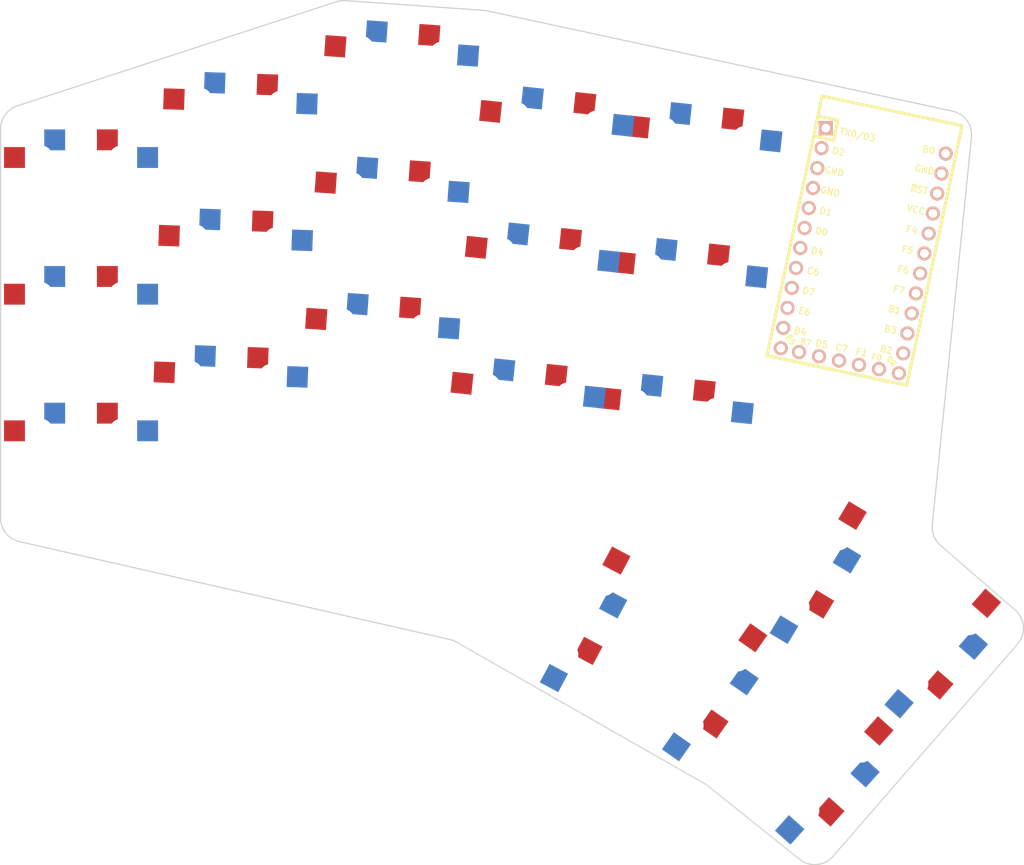
<source format=kicad_pcb>

            
(kicad_pcb (version 20171130) (host pcbnew 5.1.6)

  (page A3)
  (title_block
    (title plate)
    (rev v1.0.0)
    (company Unknown)
  )

  (general
    (thickness 1.6)
  )

  (layers
    (0 F.Cu signal)
    (31 B.Cu signal)
    (32 B.Adhes user)
    (33 F.Adhes user)
    (34 B.Paste user)
    (35 F.Paste user)
    (36 B.SilkS user)
    (37 F.SilkS user)
    (38 B.Mask user)
    (39 F.Mask user)
    (40 Dwgs.User user)
    (41 Cmts.User user)
    (42 Eco1.User user)
    (43 Eco2.User user)
    (44 Edge.Cuts user)
    (45 Margin user)
    (46 B.CrtYd user)
    (47 F.CrtYd user)
    (48 B.Fab user)
    (49 F.Fab user)
  )

  (setup
    (last_trace_width 0.25)
    (trace_clearance 0.2)
    (zone_clearance 0.508)
    (zone_45_only no)
    (trace_min 0.2)
    (via_size 0.8)
    (via_drill 0.4)
    (via_min_size 0.4)
    (via_min_drill 0.3)
    (uvia_size 0.3)
    (uvia_drill 0.1)
    (uvias_allowed no)
    (uvia_min_size 0.2)
    (uvia_min_drill 0.1)
    (edge_width 0.05)
    (segment_width 0.2)
    (pcb_text_width 0.3)
    (pcb_text_size 1.5 1.5)
    (mod_edge_width 0.12)
    (mod_text_size 1 1)
    (mod_text_width 0.15)
    (pad_size 1.524 1.524)
    (pad_drill 0.762)
    (pad_to_mask_clearance 0.05)
    (aux_axis_origin 0 0)
    (visible_elements FFFFFF7F)
    (pcbplotparams
      (layerselection 0x010fc_ffffffff)
      (usegerberextensions false)
      (usegerberattributes true)
      (usegerberadvancedattributes true)
      (creategerberjobfile true)
      (excludeedgelayer true)
      (linewidth 0.100000)
      (plotframeref false)
      (viasonmask false)
      (mode 1)
      (useauxorigin false)
      (hpglpennumber 1)
      (hpglpenspeed 20)
      (hpglpendiameter 15.000000)
      (psnegative false)
      (psa4output false)
      (plotreference true)
      (plotvalue true)
      (plotinvisibletext false)
      (padsonsilk false)
      (subtractmaskfromsilk false)
      (outputformat 1)
      (mirror false)
      (drillshape 1)
      (scaleselection 1)
      (outputdirectory ""))
  )

            (net 0 "")
(net 1 "=column_net")
(net 2 "GND")
(net 3 "VCC")
(net 4 "ST")
(net 5 "D3")
(net 6 "D1")
(net 7 "D2")
(net 8 "D0")
(net 9 "D4")
(net 10 "C6")
(net 11 "D7")
(net 12 "E6")
(net 13 "B4")
(net 14 "B5")
(net 15 "B7")
(net 16 "D5")
(net 17 "C7")
(net 18 "F1")
(net 19 "F0")
(net 20 "B6")
(net 21 "B2")
(net 22 "B3")
(net 23 "B1")
(net 24 "F7")
(net 25 "F6")
(net 26 "F5")
(net 27 "F4")
(net 28 "B0")
            
  (net_class Default "This is the default net class."
    (clearance 0.2)
    (trace_width 0.25)
    (via_dia 0.8)
    (via_drill 0.4)
    (uvia_dia 0.3)
    (uvia_drill 0.1)
    (add_net "")
(add_net "=column_net")
(add_net "GND")
(add_net "VCC")
(add_net "ST")
(add_net "D3")
(add_net "D1")
(add_net "D2")
(add_net "D0")
(add_net "D4")
(add_net "C6")
(add_net "D7")
(add_net "E6")
(add_net "B4")
(add_net "B5")
(add_net "B7")
(add_net "D5")
(add_net "C7")
(add_net "F1")
(add_net "F0")
(add_net "B6")
(add_net "B2")
(add_net "B3")
(add_net "B1")
(add_net "F7")
(add_net "F6")
(add_net "F5")
(add_net "F4")
(add_net "B0")
  )

            
        
      (module PG1350 (layer F.Cu) (tedit 5DD50112)
      (at 0 -7 0)

      
      (fp_text reference "S1" (at 0 0) (layer F.SilkS) hide (effects (font (size 1.27 1.27) (thickness 0.15))))
      (fp_text value "" (at 0 0) (layer F.SilkS) hide (effects (font (size 1.27 1.27) (thickness 0.15))))

      
      (fp_line (start -7 -6) (end -7 -7) (layer Dwgs.User) (width 0.15))
      (fp_line (start -7 7) (end -6 7) (layer Dwgs.User) (width 0.15))
      (fp_line (start -6 -7) (end -7 -7) (layer Dwgs.User) (width 0.15))
      (fp_line (start -7 7) (end -7 6) (layer Dwgs.User) (width 0.15))
      (fp_line (start 7 6) (end 7 7) (layer Dwgs.User) (width 0.15))
      (fp_line (start 7 -7) (end 6 -7) (layer Dwgs.User) (width 0.15))
      (fp_line (start 6 7) (end 7 7) (layer Dwgs.User) (width 0.15))
      (fp_line (start 7 -7) (end 7 -6) (layer Dwgs.User) (width 0.15))      
      
      
      (pad "" np_thru_hole circle (at 0 0) (size 3.429 3.429) (drill 3.429) (layers *.Cu *.Mask))
        
      
      (pad "" np_thru_hole circle (at 5.5 0) (size 1.7018 1.7018) (drill 1.7018) (layers *.Cu *.Mask))
      (pad "" np_thru_hole circle (at -5.5 0) (size 1.7018 1.7018) (drill 1.7018) (layers *.Cu *.Mask))
      
        
      
      (fp_line (start -9 -8.5) (end 9 -8.5) (layer Dwgs.User) (width 0.15))
      (fp_line (start 9 -8.5) (end 9 8.5) (layer Dwgs.User) (width 0.15))
      (fp_line (start 9 8.5) (end -9 8.5) (layer Dwgs.User) (width 0.15))
      (fp_line (start -9 8.5) (end -9 -8.5) (layer Dwgs.User) (width 0.15))
      
        
          
          (pad "" np_thru_hole circle (at 5 -3.75) (size 3 3) (drill 3) (layers *.Cu *.Mask))
          (pad "" np_thru_hole circle (at 0 -5.95) (size 3 3) (drill 3) (layers *.Cu *.Mask))
      
          
          (pad 1 smd rect (at -3.275 -5.95 0) (size 2.6 2.6) (layers B.Cu B.Paste B.Mask)  (net 1 "=column_net"))
          (pad 2 smd rect (at 8.275 -3.75 0) (size 2.6 2.6) (layers B.Cu B.Paste B.Mask)  (net 2 "GND"))
        
        
          
          (pad "" np_thru_hole circle (at -5 -3.75) (size 3 3) (drill 3) (layers *.Cu *.Mask))
          (pad "" np_thru_hole circle (at 0 -5.95) (size 3 3) (drill 3) (layers *.Cu *.Mask))
      
          
          (pad 1 smd rect (at 3.275 -5.95 0) (size 2.6 2.6) (layers F.Cu F.Paste F.Mask)  (net 1 "=column_net"))
          (pad 2 smd rect (at -8.275 -3.75 0) (size 2.6 2.6) (layers F.Cu F.Paste F.Mask)  (net 2 "GND"))
        )
        

        
      (module PG1350 (layer F.Cu) (tedit 5DD50112)
      (at 0 -24 0)

      
      (fp_text reference "S2" (at 0 0) (layer F.SilkS) hide (effects (font (size 1.27 1.27) (thickness 0.15))))
      (fp_text value "" (at 0 0) (layer F.SilkS) hide (effects (font (size 1.27 1.27) (thickness 0.15))))

      
      (fp_line (start -7 -6) (end -7 -7) (layer Dwgs.User) (width 0.15))
      (fp_line (start -7 7) (end -6 7) (layer Dwgs.User) (width 0.15))
      (fp_line (start -6 -7) (end -7 -7) (layer Dwgs.User) (width 0.15))
      (fp_line (start -7 7) (end -7 6) (layer Dwgs.User) (width 0.15))
      (fp_line (start 7 6) (end 7 7) (layer Dwgs.User) (width 0.15))
      (fp_line (start 7 -7) (end 6 -7) (layer Dwgs.User) (width 0.15))
      (fp_line (start 6 7) (end 7 7) (layer Dwgs.User) (width 0.15))
      (fp_line (start 7 -7) (end 7 -6) (layer Dwgs.User) (width 0.15))      
      
      
      (pad "" np_thru_hole circle (at 0 0) (size 3.429 3.429) (drill 3.429) (layers *.Cu *.Mask))
        
      
      (pad "" np_thru_hole circle (at 5.5 0) (size 1.7018 1.7018) (drill 1.7018) (layers *.Cu *.Mask))
      (pad "" np_thru_hole circle (at -5.5 0) (size 1.7018 1.7018) (drill 1.7018) (layers *.Cu *.Mask))
      
        
      
      (fp_line (start -9 -8.5) (end 9 -8.5) (layer Dwgs.User) (width 0.15))
      (fp_line (start 9 -8.5) (end 9 8.5) (layer Dwgs.User) (width 0.15))
      (fp_line (start 9 8.5) (end -9 8.5) (layer Dwgs.User) (width 0.15))
      (fp_line (start -9 8.5) (end -9 -8.5) (layer Dwgs.User) (width 0.15))
      
        
          
          (pad "" np_thru_hole circle (at 5 -3.75) (size 3 3) (drill 3) (layers *.Cu *.Mask))
          (pad "" np_thru_hole circle (at 0 -5.95) (size 3 3) (drill 3) (layers *.Cu *.Mask))
      
          
          (pad 1 smd rect (at -3.275 -5.95 0) (size 2.6 2.6) (layers B.Cu B.Paste B.Mask)  (net 1 "=column_net"))
          (pad 2 smd rect (at 8.275 -3.75 0) (size 2.6 2.6) (layers B.Cu B.Paste B.Mask)  (net 2 "GND"))
        
        
          
          (pad "" np_thru_hole circle (at -5 -3.75) (size 3 3) (drill 3) (layers *.Cu *.Mask))
          (pad "" np_thru_hole circle (at 0 -5.95) (size 3 3) (drill 3) (layers *.Cu *.Mask))
      
          
          (pad 1 smd rect (at 3.275 -5.95 0) (size 2.6 2.6) (layers F.Cu F.Paste F.Mask)  (net 1 "=column_net"))
          (pad 2 smd rect (at -8.275 -3.75 0) (size 2.6 2.6) (layers F.Cu F.Paste F.Mask)  (net 2 "GND"))
        )
        

        
      (module PG1350 (layer F.Cu) (tedit 5DD50112)
      (at 0 -41 0)

      
      (fp_text reference "S3" (at 0 0) (layer F.SilkS) hide (effects (font (size 1.27 1.27) (thickness 0.15))))
      (fp_text value "" (at 0 0) (layer F.SilkS) hide (effects (font (size 1.27 1.27) (thickness 0.15))))

      
      (fp_line (start -7 -6) (end -7 -7) (layer Dwgs.User) (width 0.15))
      (fp_line (start -7 7) (end -6 7) (layer Dwgs.User) (width 0.15))
      (fp_line (start -6 -7) (end -7 -7) (layer Dwgs.User) (width 0.15))
      (fp_line (start -7 7) (end -7 6) (layer Dwgs.User) (width 0.15))
      (fp_line (start 7 6) (end 7 7) (layer Dwgs.User) (width 0.15))
      (fp_line (start 7 -7) (end 6 -7) (layer Dwgs.User) (width 0.15))
      (fp_line (start 6 7) (end 7 7) (layer Dwgs.User) (width 0.15))
      (fp_line (start 7 -7) (end 7 -6) (layer Dwgs.User) (width 0.15))      
      
      
      (pad "" np_thru_hole circle (at 0 0) (size 3.429 3.429) (drill 3.429) (layers *.Cu *.Mask))
        
      
      (pad "" np_thru_hole circle (at 5.5 0) (size 1.7018 1.7018) (drill 1.7018) (layers *.Cu *.Mask))
      (pad "" np_thru_hole circle (at -5.5 0) (size 1.7018 1.7018) (drill 1.7018) (layers *.Cu *.Mask))
      
        
      
      (fp_line (start -9 -8.5) (end 9 -8.5) (layer Dwgs.User) (width 0.15))
      (fp_line (start 9 -8.5) (end 9 8.5) (layer Dwgs.User) (width 0.15))
      (fp_line (start 9 8.5) (end -9 8.5) (layer Dwgs.User) (width 0.15))
      (fp_line (start -9 8.5) (end -9 -8.5) (layer Dwgs.User) (width 0.15))
      
        
          
          (pad "" np_thru_hole circle (at 5 -3.75) (size 3 3) (drill 3) (layers *.Cu *.Mask))
          (pad "" np_thru_hole circle (at 0 -5.95) (size 3 3) (drill 3) (layers *.Cu *.Mask))
      
          
          (pad 1 smd rect (at -3.275 -5.95 0) (size 2.6 2.6) (layers B.Cu B.Paste B.Mask)  (net 1 "=column_net"))
          (pad 2 smd rect (at 8.275 -3.75 0) (size 2.6 2.6) (layers B.Cu B.Paste B.Mask)  (net 2 "GND"))
        
        
          
          (pad "" np_thru_hole circle (at -5 -3.75) (size 3 3) (drill 3) (layers *.Cu *.Mask))
          (pad "" np_thru_hole circle (at 0 -5.95) (size 3 3) (drill 3) (layers *.Cu *.Mask))
      
          
          (pad 1 smd rect (at 3.275 -5.95 0) (size 2.6 2.6) (layers F.Cu F.Paste F.Mask)  (net 1 "=column_net"))
          (pad 2 smd rect (at -8.275 -3.75 0) (size 2.6 2.6) (layers F.Cu F.Paste F.Mask)  (net 2 "GND"))
        )
        

        
      (module PG1350 (layer F.Cu) (tedit 5DD50112)
      (at 18.5 -14 -2)

      
      (fp_text reference "S4" (at 0 0) (layer F.SilkS) hide (effects (font (size 1.27 1.27) (thickness 0.15))))
      (fp_text value "" (at 0 0) (layer F.SilkS) hide (effects (font (size 1.27 1.27) (thickness 0.15))))

      
      (fp_line (start -7 -6) (end -7 -7) (layer Dwgs.User) (width 0.15))
      (fp_line (start -7 7) (end -6 7) (layer Dwgs.User) (width 0.15))
      (fp_line (start -6 -7) (end -7 -7) (layer Dwgs.User) (width 0.15))
      (fp_line (start -7 7) (end -7 6) (layer Dwgs.User) (width 0.15))
      (fp_line (start 7 6) (end 7 7) (layer Dwgs.User) (width 0.15))
      (fp_line (start 7 -7) (end 6 -7) (layer Dwgs.User) (width 0.15))
      (fp_line (start 6 7) (end 7 7) (layer Dwgs.User) (width 0.15))
      (fp_line (start 7 -7) (end 7 -6) (layer Dwgs.User) (width 0.15))      
      
      
      (pad "" np_thru_hole circle (at 0 0) (size 3.429 3.429) (drill 3.429) (layers *.Cu *.Mask))
        
      
      (pad "" np_thru_hole circle (at 5.5 0) (size 1.7018 1.7018) (drill 1.7018) (layers *.Cu *.Mask))
      (pad "" np_thru_hole circle (at -5.5 0) (size 1.7018 1.7018) (drill 1.7018) (layers *.Cu *.Mask))
      
        
      
      (fp_line (start -9 -8.5) (end 9 -8.5) (layer Dwgs.User) (width 0.15))
      (fp_line (start 9 -8.5) (end 9 8.5) (layer Dwgs.User) (width 0.15))
      (fp_line (start 9 8.5) (end -9 8.5) (layer Dwgs.User) (width 0.15))
      (fp_line (start -9 8.5) (end -9 -8.5) (layer Dwgs.User) (width 0.15))
      
        
          
          (pad "" np_thru_hole circle (at 5 -3.75) (size 3 3) (drill 3) (layers *.Cu *.Mask))
          (pad "" np_thru_hole circle (at 0 -5.95) (size 3 3) (drill 3) (layers *.Cu *.Mask))
      
          
          (pad 1 smd rect (at -3.275 -5.95 -2) (size 2.6 2.6) (layers B.Cu B.Paste B.Mask)  (net 1 "=column_net"))
          (pad 2 smd rect (at 8.275 -3.75 -2) (size 2.6 2.6) (layers B.Cu B.Paste B.Mask)  (net 2 "GND"))
        
        
          
          (pad "" np_thru_hole circle (at -5 -3.75) (size 3 3) (drill 3) (layers *.Cu *.Mask))
          (pad "" np_thru_hole circle (at 0 -5.95) (size 3 3) (drill 3) (layers *.Cu *.Mask))
      
          
          (pad 1 smd rect (at 3.275 -5.95 -2) (size 2.6 2.6) (layers F.Cu F.Paste F.Mask)  (net 1 "=column_net"))
          (pad 2 smd rect (at -8.275 -3.75 -2) (size 2.6 2.6) (layers F.Cu F.Paste F.Mask)  (net 2 "GND"))
        )
        

        
      (module PG1350 (layer F.Cu) (tedit 5DD50112)
      (at 19.0932914 -30.9896441 -2)

      
      (fp_text reference "S5" (at 0 0) (layer F.SilkS) hide (effects (font (size 1.27 1.27) (thickness 0.15))))
      (fp_text value "" (at 0 0) (layer F.SilkS) hide (effects (font (size 1.27 1.27) (thickness 0.15))))

      
      (fp_line (start -7 -6) (end -7 -7) (layer Dwgs.User) (width 0.15))
      (fp_line (start -7 7) (end -6 7) (layer Dwgs.User) (width 0.15))
      (fp_line (start -6 -7) (end -7 -7) (layer Dwgs.User) (width 0.15))
      (fp_line (start -7 7) (end -7 6) (layer Dwgs.User) (width 0.15))
      (fp_line (start 7 6) (end 7 7) (layer Dwgs.User) (width 0.15))
      (fp_line (start 7 -7) (end 6 -7) (layer Dwgs.User) (width 0.15))
      (fp_line (start 6 7) (end 7 7) (layer Dwgs.User) (width 0.15))
      (fp_line (start 7 -7) (end 7 -6) (layer Dwgs.User) (width 0.15))      
      
      
      (pad "" np_thru_hole circle (at 0 0) (size 3.429 3.429) (drill 3.429) (layers *.Cu *.Mask))
        
      
      (pad "" np_thru_hole circle (at 5.5 0) (size 1.7018 1.7018) (drill 1.7018) (layers *.Cu *.Mask))
      (pad "" np_thru_hole circle (at -5.5 0) (size 1.7018 1.7018) (drill 1.7018) (layers *.Cu *.Mask))
      
        
      
      (fp_line (start -9 -8.5) (end 9 -8.5) (layer Dwgs.User) (width 0.15))
      (fp_line (start 9 -8.5) (end 9 8.5) (layer Dwgs.User) (width 0.15))
      (fp_line (start 9 8.5) (end -9 8.5) (layer Dwgs.User) (width 0.15))
      (fp_line (start -9 8.5) (end -9 -8.5) (layer Dwgs.User) (width 0.15))
      
        
          
          (pad "" np_thru_hole circle (at 5 -3.75) (size 3 3) (drill 3) (layers *.Cu *.Mask))
          (pad "" np_thru_hole circle (at 0 -5.95) (size 3 3) (drill 3) (layers *.Cu *.Mask))
      
          
          (pad 1 smd rect (at -3.275 -5.95 -2) (size 2.6 2.6) (layers B.Cu B.Paste B.Mask)  (net 1 "=column_net"))
          (pad 2 smd rect (at 8.275 -3.75 -2) (size 2.6 2.6) (layers B.Cu B.Paste B.Mask)  (net 2 "GND"))
        
        
          
          (pad "" np_thru_hole circle (at -5 -3.75) (size 3 3) (drill 3) (layers *.Cu *.Mask))
          (pad "" np_thru_hole circle (at 0 -5.95) (size 3 3) (drill 3) (layers *.Cu *.Mask))
      
          
          (pad 1 smd rect (at 3.275 -5.95 -2) (size 2.6 2.6) (layers F.Cu F.Paste F.Mask)  (net 1 "=column_net"))
          (pad 2 smd rect (at -8.275 -3.75 -2) (size 2.6 2.6) (layers F.Cu F.Paste F.Mask)  (net 2 "GND"))
        )
        

        
      (module PG1350 (layer F.Cu) (tedit 5DD50112)
      (at 19.686582799999996 -47.9792882 -2)

      
      (fp_text reference "S6" (at 0 0) (layer F.SilkS) hide (effects (font (size 1.27 1.27) (thickness 0.15))))
      (fp_text value "" (at 0 0) (layer F.SilkS) hide (effects (font (size 1.27 1.27) (thickness 0.15))))

      
      (fp_line (start -7 -6) (end -7 -7) (layer Dwgs.User) (width 0.15))
      (fp_line (start -7 7) (end -6 7) (layer Dwgs.User) (width 0.15))
      (fp_line (start -6 -7) (end -7 -7) (layer Dwgs.User) (width 0.15))
      (fp_line (start -7 7) (end -7 6) (layer Dwgs.User) (width 0.15))
      (fp_line (start 7 6) (end 7 7) (layer Dwgs.User) (width 0.15))
      (fp_line (start 7 -7) (end 6 -7) (layer Dwgs.User) (width 0.15))
      (fp_line (start 6 7) (end 7 7) (layer Dwgs.User) (width 0.15))
      (fp_line (start 7 -7) (end 7 -6) (layer Dwgs.User) (width 0.15))      
      
      
      (pad "" np_thru_hole circle (at 0 0) (size 3.429 3.429) (drill 3.429) (layers *.Cu *.Mask))
        
      
      (pad "" np_thru_hole circle (at 5.5 0) (size 1.7018 1.7018) (drill 1.7018) (layers *.Cu *.Mask))
      (pad "" np_thru_hole circle (at -5.5 0) (size 1.7018 1.7018) (drill 1.7018) (layers *.Cu *.Mask))
      
        
      
      (fp_line (start -9 -8.5) (end 9 -8.5) (layer Dwgs.User) (width 0.15))
      (fp_line (start 9 -8.5) (end 9 8.5) (layer Dwgs.User) (width 0.15))
      (fp_line (start 9 8.5) (end -9 8.5) (layer Dwgs.User) (width 0.15))
      (fp_line (start -9 8.5) (end -9 -8.5) (layer Dwgs.User) (width 0.15))
      
        
          
          (pad "" np_thru_hole circle (at 5 -3.75) (size 3 3) (drill 3) (layers *.Cu *.Mask))
          (pad "" np_thru_hole circle (at 0 -5.95) (size 3 3) (drill 3) (layers *.Cu *.Mask))
      
          
          (pad 1 smd rect (at -3.275 -5.95 -2) (size 2.6 2.6) (layers B.Cu B.Paste B.Mask)  (net 1 "=column_net"))
          (pad 2 smd rect (at 8.275 -3.75 -2) (size 2.6 2.6) (layers B.Cu B.Paste B.Mask)  (net 2 "GND"))
        
        
          
          (pad "" np_thru_hole circle (at -5 -3.75) (size 3 3) (drill 3) (layers *.Cu *.Mask))
          (pad "" np_thru_hole circle (at 0 -5.95) (size 3 3) (drill 3) (layers *.Cu *.Mask))
      
          
          (pad 1 smd rect (at 3.275 -5.95 -2) (size 2.6 2.6) (layers F.Cu F.Paste F.Mask)  (net 1 "=column_net"))
          (pad 2 smd rect (at -8.275 -3.75 -2) (size 2.6 2.6) (layers F.Cu F.Paste F.Mask)  (net 2 "GND"))
        )
        

        
      (module PG1350 (layer F.Cu) (tedit 5DD50112)
      (at 37.233026800000005 -20.3500951 -4)

      
      (fp_text reference "S7" (at 0 0) (layer F.SilkS) hide (effects (font (size 1.27 1.27) (thickness 0.15))))
      (fp_text value "" (at 0 0) (layer F.SilkS) hide (effects (font (size 1.27 1.27) (thickness 0.15))))

      
      (fp_line (start -7 -6) (end -7 -7) (layer Dwgs.User) (width 0.15))
      (fp_line (start -7 7) (end -6 7) (layer Dwgs.User) (width 0.15))
      (fp_line (start -6 -7) (end -7 -7) (layer Dwgs.User) (width 0.15))
      (fp_line (start -7 7) (end -7 6) (layer Dwgs.User) (width 0.15))
      (fp_line (start 7 6) (end 7 7) (layer Dwgs.User) (width 0.15))
      (fp_line (start 7 -7) (end 6 -7) (layer Dwgs.User) (width 0.15))
      (fp_line (start 6 7) (end 7 7) (layer Dwgs.User) (width 0.15))
      (fp_line (start 7 -7) (end 7 -6) (layer Dwgs.User) (width 0.15))      
      
      
      (pad "" np_thru_hole circle (at 0 0) (size 3.429 3.429) (drill 3.429) (layers *.Cu *.Mask))
        
      
      (pad "" np_thru_hole circle (at 5.5 0) (size 1.7018 1.7018) (drill 1.7018) (layers *.Cu *.Mask))
      (pad "" np_thru_hole circle (at -5.5 0) (size 1.7018 1.7018) (drill 1.7018) (layers *.Cu *.Mask))
      
        
      
      (fp_line (start -9 -8.5) (end 9 -8.5) (layer Dwgs.User) (width 0.15))
      (fp_line (start 9 -8.5) (end 9 8.5) (layer Dwgs.User) (width 0.15))
      (fp_line (start 9 8.5) (end -9 8.5) (layer Dwgs.User) (width 0.15))
      (fp_line (start -9 8.5) (end -9 -8.5) (layer Dwgs.User) (width 0.15))
      
        
          
          (pad "" np_thru_hole circle (at 5 -3.75) (size 3 3) (drill 3) (layers *.Cu *.Mask))
          (pad "" np_thru_hole circle (at 0 -5.95) (size 3 3) (drill 3) (layers *.Cu *.Mask))
      
          
          (pad 1 smd rect (at -3.275 -5.95 -4) (size 2.6 2.6) (layers B.Cu B.Paste B.Mask)  (net 1 "=column_net"))
          (pad 2 smd rect (at 8.275 -3.75 -4) (size 2.6 2.6) (layers B.Cu B.Paste B.Mask)  (net 2 "GND"))
        
        
          
          (pad "" np_thru_hole circle (at -5 -3.75) (size 3 3) (drill 3) (layers *.Cu *.Mask))
          (pad "" np_thru_hole circle (at 0 -5.95) (size 3 3) (drill 3) (layers *.Cu *.Mask))
      
          
          (pad 1 smd rect (at 3.275 -5.95 -4) (size 2.6 2.6) (layers F.Cu F.Paste F.Mask)  (net 1 "=column_net"))
          (pad 2 smd rect (at -8.275 -3.75 -4) (size 2.6 2.6) (layers F.Cu F.Paste F.Mask)  (net 2 "GND"))
        )
        

        
      (module PG1350 (layer F.Cu) (tedit 5DD50112)
      (at 38.418886900000004 -37.308684 -4)

      
      (fp_text reference "S8" (at 0 0) (layer F.SilkS) hide (effects (font (size 1.27 1.27) (thickness 0.15))))
      (fp_text value "" (at 0 0) (layer F.SilkS) hide (effects (font (size 1.27 1.27) (thickness 0.15))))

      
      (fp_line (start -7 -6) (end -7 -7) (layer Dwgs.User) (width 0.15))
      (fp_line (start -7 7) (end -6 7) (layer Dwgs.User) (width 0.15))
      (fp_line (start -6 -7) (end -7 -7) (layer Dwgs.User) (width 0.15))
      (fp_line (start -7 7) (end -7 6) (layer Dwgs.User) (width 0.15))
      (fp_line (start 7 6) (end 7 7) (layer Dwgs.User) (width 0.15))
      (fp_line (start 7 -7) (end 6 -7) (layer Dwgs.User) (width 0.15))
      (fp_line (start 6 7) (end 7 7) (layer Dwgs.User) (width 0.15))
      (fp_line (start 7 -7) (end 7 -6) (layer Dwgs.User) (width 0.15))      
      
      
      (pad "" np_thru_hole circle (at 0 0) (size 3.429 3.429) (drill 3.429) (layers *.Cu *.Mask))
        
      
      (pad "" np_thru_hole circle (at 5.5 0) (size 1.7018 1.7018) (drill 1.7018) (layers *.Cu *.Mask))
      (pad "" np_thru_hole circle (at -5.5 0) (size 1.7018 1.7018) (drill 1.7018) (layers *.Cu *.Mask))
      
        
      
      (fp_line (start -9 -8.5) (end 9 -8.5) (layer Dwgs.User) (width 0.15))
      (fp_line (start 9 -8.5) (end 9 8.5) (layer Dwgs.User) (width 0.15))
      (fp_line (start 9 8.5) (end -9 8.5) (layer Dwgs.User) (width 0.15))
      (fp_line (start -9 8.5) (end -9 -8.5) (layer Dwgs.User) (width 0.15))
      
        
          
          (pad "" np_thru_hole circle (at 5 -3.75) (size 3 3) (drill 3) (layers *.Cu *.Mask))
          (pad "" np_thru_hole circle (at 0 -5.95) (size 3 3) (drill 3) (layers *.Cu *.Mask))
      
          
          (pad 1 smd rect (at -3.275 -5.95 -4) (size 2.6 2.6) (layers B.Cu B.Paste B.Mask)  (net 1 "=column_net"))
          (pad 2 smd rect (at 8.275 -3.75 -4) (size 2.6 2.6) (layers B.Cu B.Paste B.Mask)  (net 2 "GND"))
        
        
          
          (pad "" np_thru_hole circle (at -5 -3.75) (size 3 3) (drill 3) (layers *.Cu *.Mask))
          (pad "" np_thru_hole circle (at 0 -5.95) (size 3 3) (drill 3) (layers *.Cu *.Mask))
      
          
          (pad 1 smd rect (at 3.275 -5.95 -4) (size 2.6 2.6) (layers F.Cu F.Paste F.Mask)  (net 1 "=column_net"))
          (pad 2 smd rect (at -8.275 -3.75 -4) (size 2.6 2.6) (layers F.Cu F.Paste F.Mask)  (net 2 "GND"))
        )
        

        
      (module PG1350 (layer F.Cu) (tedit 5DD50112)
      (at 39.604747 -54.267272899999995 -4)

      
      (fp_text reference "S9" (at 0 0) (layer F.SilkS) hide (effects (font (size 1.27 1.27) (thickness 0.15))))
      (fp_text value "" (at 0 0) (layer F.SilkS) hide (effects (font (size 1.27 1.27) (thickness 0.15))))

      
      (fp_line (start -7 -6) (end -7 -7) (layer Dwgs.User) (width 0.15))
      (fp_line (start -7 7) (end -6 7) (layer Dwgs.User) (width 0.15))
      (fp_line (start -6 -7) (end -7 -7) (layer Dwgs.User) (width 0.15))
      (fp_line (start -7 7) (end -7 6) (layer Dwgs.User) (width 0.15))
      (fp_line (start 7 6) (end 7 7) (layer Dwgs.User) (width 0.15))
      (fp_line (start 7 -7) (end 6 -7) (layer Dwgs.User) (width 0.15))
      (fp_line (start 6 7) (end 7 7) (layer Dwgs.User) (width 0.15))
      (fp_line (start 7 -7) (end 7 -6) (layer Dwgs.User) (width 0.15))      
      
      
      (pad "" np_thru_hole circle (at 0 0) (size 3.429 3.429) (drill 3.429) (layers *.Cu *.Mask))
        
      
      (pad "" np_thru_hole circle (at 5.5 0) (size 1.7018 1.7018) (drill 1.7018) (layers *.Cu *.Mask))
      (pad "" np_thru_hole circle (at -5.5 0) (size 1.7018 1.7018) (drill 1.7018) (layers *.Cu *.Mask))
      
        
      
      (fp_line (start -9 -8.5) (end 9 -8.5) (layer Dwgs.User) (width 0.15))
      (fp_line (start 9 -8.5) (end 9 8.5) (layer Dwgs.User) (width 0.15))
      (fp_line (start 9 8.5) (end -9 8.5) (layer Dwgs.User) (width 0.15))
      (fp_line (start -9 8.5) (end -9 -8.5) (layer Dwgs.User) (width 0.15))
      
        
          
          (pad "" np_thru_hole circle (at 5 -3.75) (size 3 3) (drill 3) (layers *.Cu *.Mask))
          (pad "" np_thru_hole circle (at 0 -5.95) (size 3 3) (drill 3) (layers *.Cu *.Mask))
      
          
          (pad 1 smd rect (at -3.275 -5.95 -4) (size 2.6 2.6) (layers B.Cu B.Paste B.Mask)  (net 1 "=column_net"))
          (pad 2 smd rect (at 8.275 -3.75 -4) (size 2.6 2.6) (layers B.Cu B.Paste B.Mask)  (net 2 "GND"))
        
        
          
          (pad "" np_thru_hole circle (at -5 -3.75) (size 3 3) (drill 3) (layers *.Cu *.Mask))
          (pad "" np_thru_hole circle (at 0 -5.95) (size 3 3) (drill 3) (layers *.Cu *.Mask))
      
          
          (pad 1 smd rect (at 3.275 -5.95 -4) (size 2.6 2.6) (layers F.Cu F.Paste F.Mask)  (net 1 "=column_net"))
          (pad 2 smd rect (at -8.275 -3.75 -4) (size 2.6 2.6) (layers F.Cu F.Paste F.Mask)  (net 2 "GND"))
        )
        

        
      (module PG1350 (layer F.Cu) (tedit 5DD50112)
      (at 55.199666400000005 -12.076652000000001 -6)

      
      (fp_text reference "S10" (at 0 0) (layer F.SilkS) hide (effects (font (size 1.27 1.27) (thickness 0.15))))
      (fp_text value "" (at 0 0) (layer F.SilkS) hide (effects (font (size 1.27 1.27) (thickness 0.15))))

      
      (fp_line (start -7 -6) (end -7 -7) (layer Dwgs.User) (width 0.15))
      (fp_line (start -7 7) (end -6 7) (layer Dwgs.User) (width 0.15))
      (fp_line (start -6 -7) (end -7 -7) (layer Dwgs.User) (width 0.15))
      (fp_line (start -7 7) (end -7 6) (layer Dwgs.User) (width 0.15))
      (fp_line (start 7 6) (end 7 7) (layer Dwgs.User) (width 0.15))
      (fp_line (start 7 -7) (end 6 -7) (layer Dwgs.User) (width 0.15))
      (fp_line (start 6 7) (end 7 7) (layer Dwgs.User) (width 0.15))
      (fp_line (start 7 -7) (end 7 -6) (layer Dwgs.User) (width 0.15))      
      
      
      (pad "" np_thru_hole circle (at 0 0) (size 3.429 3.429) (drill 3.429) (layers *.Cu *.Mask))
        
      
      (pad "" np_thru_hole circle (at 5.5 0) (size 1.7018 1.7018) (drill 1.7018) (layers *.Cu *.Mask))
      (pad "" np_thru_hole circle (at -5.5 0) (size 1.7018 1.7018) (drill 1.7018) (layers *.Cu *.Mask))
      
        
      
      (fp_line (start -9 -8.5) (end 9 -8.5) (layer Dwgs.User) (width 0.15))
      (fp_line (start 9 -8.5) (end 9 8.5) (layer Dwgs.User) (width 0.15))
      (fp_line (start 9 8.5) (end -9 8.5) (layer Dwgs.User) (width 0.15))
      (fp_line (start -9 8.5) (end -9 -8.5) (layer Dwgs.User) (width 0.15))
      
        
          
          (pad "" np_thru_hole circle (at 5 -3.75) (size 3 3) (drill 3) (layers *.Cu *.Mask))
          (pad "" np_thru_hole circle (at 0 -5.95) (size 3 3) (drill 3) (layers *.Cu *.Mask))
      
          
          (pad 1 smd rect (at -3.275 -5.95 -6) (size 2.6 2.6) (layers B.Cu B.Paste B.Mask)  (net 1 "=column_net"))
          (pad 2 smd rect (at 8.275 -3.75 -6) (size 2.6 2.6) (layers B.Cu B.Paste B.Mask)  (net 2 "GND"))
        
        
          
          (pad "" np_thru_hole circle (at -5 -3.75) (size 3 3) (drill 3) (layers *.Cu *.Mask))
          (pad "" np_thru_hole circle (at 0 -5.95) (size 3 3) (drill 3) (layers *.Cu *.Mask))
      
          
          (pad 1 smd rect (at 3.275 -5.95 -6) (size 2.6 2.6) (layers F.Cu F.Paste F.Mask)  (net 1 "=column_net"))
          (pad 2 smd rect (at -8.275 -3.75 -6) (size 2.6 2.6) (layers F.Cu F.Paste F.Mask)  (net 2 "GND"))
        )
        

        
      (module PG1350 (layer F.Cu) (tedit 5DD50112)
      (at 56.9766503 -28.983524199999998 -6)

      
      (fp_text reference "S11" (at 0 0) (layer F.SilkS) hide (effects (font (size 1.27 1.27) (thickness 0.15))))
      (fp_text value "" (at 0 0) (layer F.SilkS) hide (effects (font (size 1.27 1.27) (thickness 0.15))))

      
      (fp_line (start -7 -6) (end -7 -7) (layer Dwgs.User) (width 0.15))
      (fp_line (start -7 7) (end -6 7) (layer Dwgs.User) (width 0.15))
      (fp_line (start -6 -7) (end -7 -7) (layer Dwgs.User) (width 0.15))
      (fp_line (start -7 7) (end -7 6) (layer Dwgs.User) (width 0.15))
      (fp_line (start 7 6) (end 7 7) (layer Dwgs.User) (width 0.15))
      (fp_line (start 7 -7) (end 6 -7) (layer Dwgs.User) (width 0.15))
      (fp_line (start 6 7) (end 7 7) (layer Dwgs.User) (width 0.15))
      (fp_line (start 7 -7) (end 7 -6) (layer Dwgs.User) (width 0.15))      
      
      
      (pad "" np_thru_hole circle (at 0 0) (size 3.429 3.429) (drill 3.429) (layers *.Cu *.Mask))
        
      
      (pad "" np_thru_hole circle (at 5.5 0) (size 1.7018 1.7018) (drill 1.7018) (layers *.Cu *.Mask))
      (pad "" np_thru_hole circle (at -5.5 0) (size 1.7018 1.7018) (drill 1.7018) (layers *.Cu *.Mask))
      
        
      
      (fp_line (start -9 -8.5) (end 9 -8.5) (layer Dwgs.User) (width 0.15))
      (fp_line (start 9 -8.5) (end 9 8.5) (layer Dwgs.User) (width 0.15))
      (fp_line (start 9 8.5) (end -9 8.5) (layer Dwgs.User) (width 0.15))
      (fp_line (start -9 8.5) (end -9 -8.5) (layer Dwgs.User) (width 0.15))
      
        
          
          (pad "" np_thru_hole circle (at 5 -3.75) (size 3 3) (drill 3) (layers *.Cu *.Mask))
          (pad "" np_thru_hole circle (at 0 -5.95) (size 3 3) (drill 3) (layers *.Cu *.Mask))
      
          
          (pad 1 smd rect (at -3.275 -5.95 -6) (size 2.6 2.6) (layers B.Cu B.Paste B.Mask)  (net 1 "=column_net"))
          (pad 2 smd rect (at 8.275 -3.75 -6) (size 2.6 2.6) (layers B.Cu B.Paste B.Mask)  (net 2 "GND"))
        
        
          
          (pad "" np_thru_hole circle (at -5 -3.75) (size 3 3) (drill 3) (layers *.Cu *.Mask))
          (pad "" np_thru_hole circle (at 0 -5.95) (size 3 3) (drill 3) (layers *.Cu *.Mask))
      
          
          (pad 1 smd rect (at 3.275 -5.95 -6) (size 2.6 2.6) (layers F.Cu F.Paste F.Mask)  (net 1 "=column_net"))
          (pad 2 smd rect (at -8.275 -3.75 -6) (size 2.6 2.6) (layers F.Cu F.Paste F.Mask)  (net 2 "GND"))
        )
        

        
      (module PG1350 (layer F.Cu) (tedit 5DD50112)
      (at 58.7536342 -45.8903964 -6)

      
      (fp_text reference "S12" (at 0 0) (layer F.SilkS) hide (effects (font (size 1.27 1.27) (thickness 0.15))))
      (fp_text value "" (at 0 0) (layer F.SilkS) hide (effects (font (size 1.27 1.27) (thickness 0.15))))

      
      (fp_line (start -7 -6) (end -7 -7) (layer Dwgs.User) (width 0.15))
      (fp_line (start -7 7) (end -6 7) (layer Dwgs.User) (width 0.15))
      (fp_line (start -6 -7) (end -7 -7) (layer Dwgs.User) (width 0.15))
      (fp_line (start -7 7) (end -7 6) (layer Dwgs.User) (width 0.15))
      (fp_line (start 7 6) (end 7 7) (layer Dwgs.User) (width 0.15))
      (fp_line (start 7 -7) (end 6 -7) (layer Dwgs.User) (width 0.15))
      (fp_line (start 6 7) (end 7 7) (layer Dwgs.User) (width 0.15))
      (fp_line (start 7 -7) (end 7 -6) (layer Dwgs.User) (width 0.15))      
      
      
      (pad "" np_thru_hole circle (at 0 0) (size 3.429 3.429) (drill 3.429) (layers *.Cu *.Mask))
        
      
      (pad "" np_thru_hole circle (at 5.5 0) (size 1.7018 1.7018) (drill 1.7018) (layers *.Cu *.Mask))
      (pad "" np_thru_hole circle (at -5.5 0) (size 1.7018 1.7018) (drill 1.7018) (layers *.Cu *.Mask))
      
        
      
      (fp_line (start -9 -8.5) (end 9 -8.5) (layer Dwgs.User) (width 0.15))
      (fp_line (start 9 -8.5) (end 9 8.5) (layer Dwgs.User) (width 0.15))
      (fp_line (start 9 8.5) (end -9 8.5) (layer Dwgs.User) (width 0.15))
      (fp_line (start -9 8.5) (end -9 -8.5) (layer Dwgs.User) (width 0.15))
      
        
          
          (pad "" np_thru_hole circle (at 5 -3.75) (size 3 3) (drill 3) (layers *.Cu *.Mask))
          (pad "" np_thru_hole circle (at 0 -5.95) (size 3 3) (drill 3) (layers *.Cu *.Mask))
      
          
          (pad 1 smd rect (at -3.275 -5.95 -6) (size 2.6 2.6) (layers B.Cu B.Paste B.Mask)  (net 1 "=column_net"))
          (pad 2 smd rect (at 8.275 -3.75 -6) (size 2.6 2.6) (layers B.Cu B.Paste B.Mask)  (net 2 "GND"))
        
        
          
          (pad "" np_thru_hole circle (at -5 -3.75) (size 3 3) (drill 3) (layers *.Cu *.Mask))
          (pad "" np_thru_hole circle (at 0 -5.95) (size 3 3) (drill 3) (layers *.Cu *.Mask))
      
          
          (pad 1 smd rect (at 3.275 -5.95 -6) (size 2.6 2.6) (layers F.Cu F.Paste F.Mask)  (net 1 "=column_net"))
          (pad 2 smd rect (at -8.275 -3.75 -6) (size 2.6 2.6) (layers F.Cu F.Paste F.Mask)  (net 2 "GND"))
        )
        

        
      (module PG1350 (layer F.Cu) (tedit 5DD50112)
      (at 73.5983214 -10.142875400000001 -6)

      
      (fp_text reference "S13" (at 0 0) (layer F.SilkS) hide (effects (font (size 1.27 1.27) (thickness 0.15))))
      (fp_text value "" (at 0 0) (layer F.SilkS) hide (effects (font (size 1.27 1.27) (thickness 0.15))))

      
      (fp_line (start -7 -6) (end -7 -7) (layer Dwgs.User) (width 0.15))
      (fp_line (start -7 7) (end -6 7) (layer Dwgs.User) (width 0.15))
      (fp_line (start -6 -7) (end -7 -7) (layer Dwgs.User) (width 0.15))
      (fp_line (start -7 7) (end -7 6) (layer Dwgs.User) (width 0.15))
      (fp_line (start 7 6) (end 7 7) (layer Dwgs.User) (width 0.15))
      (fp_line (start 7 -7) (end 6 -7) (layer Dwgs.User) (width 0.15))
      (fp_line (start 6 7) (end 7 7) (layer Dwgs.User) (width 0.15))
      (fp_line (start 7 -7) (end 7 -6) (layer Dwgs.User) (width 0.15))      
      
      
      (pad "" np_thru_hole circle (at 0 0) (size 3.429 3.429) (drill 3.429) (layers *.Cu *.Mask))
        
      
      (pad "" np_thru_hole circle (at 5.5 0) (size 1.7018 1.7018) (drill 1.7018) (layers *.Cu *.Mask))
      (pad "" np_thru_hole circle (at -5.5 0) (size 1.7018 1.7018) (drill 1.7018) (layers *.Cu *.Mask))
      
        
      
      (fp_line (start -9 -8.5) (end 9 -8.5) (layer Dwgs.User) (width 0.15))
      (fp_line (start 9 -8.5) (end 9 8.5) (layer Dwgs.User) (width 0.15))
      (fp_line (start 9 8.5) (end -9 8.5) (layer Dwgs.User) (width 0.15))
      (fp_line (start -9 8.5) (end -9 -8.5) (layer Dwgs.User) (width 0.15))
      
        
          
          (pad "" np_thru_hole circle (at 5 -3.75) (size 3 3) (drill 3) (layers *.Cu *.Mask))
          (pad "" np_thru_hole circle (at 0 -5.95) (size 3 3) (drill 3) (layers *.Cu *.Mask))
      
          
          (pad 1 smd rect (at -3.275 -5.95 -6) (size 2.6 2.6) (layers B.Cu B.Paste B.Mask)  (net 1 "=column_net"))
          (pad 2 smd rect (at 8.275 -3.75 -6) (size 2.6 2.6) (layers B.Cu B.Paste B.Mask)  (net 2 "GND"))
        
        
          
          (pad "" np_thru_hole circle (at -5 -3.75) (size 3 3) (drill 3) (layers *.Cu *.Mask))
          (pad "" np_thru_hole circle (at 0 -5.95) (size 3 3) (drill 3) (layers *.Cu *.Mask))
      
          
          (pad 1 smd rect (at 3.275 -5.95 -6) (size 2.6 2.6) (layers F.Cu F.Paste F.Mask)  (net 1 "=column_net"))
          (pad 2 smd rect (at -8.275 -3.75 -6) (size 2.6 2.6) (layers F.Cu F.Paste F.Mask)  (net 2 "GND"))
        )
        

        
      (module PG1350 (layer F.Cu) (tedit 5DD50112)
      (at 75.37530530000001 -27.0497476 -6)

      
      (fp_text reference "S14" (at 0 0) (layer F.SilkS) hide (effects (font (size 1.27 1.27) (thickness 0.15))))
      (fp_text value "" (at 0 0) (layer F.SilkS) hide (effects (font (size 1.27 1.27) (thickness 0.15))))

      
      (fp_line (start -7 -6) (end -7 -7) (layer Dwgs.User) (width 0.15))
      (fp_line (start -7 7) (end -6 7) (layer Dwgs.User) (width 0.15))
      (fp_line (start -6 -7) (end -7 -7) (layer Dwgs.User) (width 0.15))
      (fp_line (start -7 7) (end -7 6) (layer Dwgs.User) (width 0.15))
      (fp_line (start 7 6) (end 7 7) (layer Dwgs.User) (width 0.15))
      (fp_line (start 7 -7) (end 6 -7) (layer Dwgs.User) (width 0.15))
      (fp_line (start 6 7) (end 7 7) (layer Dwgs.User) (width 0.15))
      (fp_line (start 7 -7) (end 7 -6) (layer Dwgs.User) (width 0.15))      
      
      
      (pad "" np_thru_hole circle (at 0 0) (size 3.429 3.429) (drill 3.429) (layers *.Cu *.Mask))
        
      
      (pad "" np_thru_hole circle (at 5.5 0) (size 1.7018 1.7018) (drill 1.7018) (layers *.Cu *.Mask))
      (pad "" np_thru_hole circle (at -5.5 0) (size 1.7018 1.7018) (drill 1.7018) (layers *.Cu *.Mask))
      
        
      
      (fp_line (start -9 -8.5) (end 9 -8.5) (layer Dwgs.User) (width 0.15))
      (fp_line (start 9 -8.5) (end 9 8.5) (layer Dwgs.User) (width 0.15))
      (fp_line (start 9 8.5) (end -9 8.5) (layer Dwgs.User) (width 0.15))
      (fp_line (start -9 8.5) (end -9 -8.5) (layer Dwgs.User) (width 0.15))
      
        
          
          (pad "" np_thru_hole circle (at 5 -3.75) (size 3 3) (drill 3) (layers *.Cu *.Mask))
          (pad "" np_thru_hole circle (at 0 -5.95) (size 3 3) (drill 3) (layers *.Cu *.Mask))
      
          
          (pad 1 smd rect (at -3.275 -5.95 -6) (size 2.6 2.6) (layers B.Cu B.Paste B.Mask)  (net 1 "=column_net"))
          (pad 2 smd rect (at 8.275 -3.75 -6) (size 2.6 2.6) (layers B.Cu B.Paste B.Mask)  (net 2 "GND"))
        
        
          
          (pad "" np_thru_hole circle (at -5 -3.75) (size 3 3) (drill 3) (layers *.Cu *.Mask))
          (pad "" np_thru_hole circle (at 0 -5.95) (size 3 3) (drill 3) (layers *.Cu *.Mask))
      
          
          (pad 1 smd rect (at 3.275 -5.95 -6) (size 2.6 2.6) (layers F.Cu F.Paste F.Mask)  (net 1 "=column_net"))
          (pad 2 smd rect (at -8.275 -3.75 -6) (size 2.6 2.6) (layers F.Cu F.Paste F.Mask)  (net 2 "GND"))
        )
        

        
      (module PG1350 (layer F.Cu) (tedit 5DD50112)
      (at 77.15228920000001 -43.9566198 -6)

      
      (fp_text reference "S15" (at 0 0) (layer F.SilkS) hide (effects (font (size 1.27 1.27) (thickness 0.15))))
      (fp_text value "" (at 0 0) (layer F.SilkS) hide (effects (font (size 1.27 1.27) (thickness 0.15))))

      
      (fp_line (start -7 -6) (end -7 -7) (layer Dwgs.User) (width 0.15))
      (fp_line (start -7 7) (end -6 7) (layer Dwgs.User) (width 0.15))
      (fp_line (start -6 -7) (end -7 -7) (layer Dwgs.User) (width 0.15))
      (fp_line (start -7 7) (end -7 6) (layer Dwgs.User) (width 0.15))
      (fp_line (start 7 6) (end 7 7) (layer Dwgs.User) (width 0.15))
      (fp_line (start 7 -7) (end 6 -7) (layer Dwgs.User) (width 0.15))
      (fp_line (start 6 7) (end 7 7) (layer Dwgs.User) (width 0.15))
      (fp_line (start 7 -7) (end 7 -6) (layer Dwgs.User) (width 0.15))      
      
      
      (pad "" np_thru_hole circle (at 0 0) (size 3.429 3.429) (drill 3.429) (layers *.Cu *.Mask))
        
      
      (pad "" np_thru_hole circle (at 5.5 0) (size 1.7018 1.7018) (drill 1.7018) (layers *.Cu *.Mask))
      (pad "" np_thru_hole circle (at -5.5 0) (size 1.7018 1.7018) (drill 1.7018) (layers *.Cu *.Mask))
      
        
      
      (fp_line (start -9 -8.5) (end 9 -8.5) (layer Dwgs.User) (width 0.15))
      (fp_line (start 9 -8.5) (end 9 8.5) (layer Dwgs.User) (width 0.15))
      (fp_line (start 9 8.5) (end -9 8.5) (layer Dwgs.User) (width 0.15))
      (fp_line (start -9 8.5) (end -9 -8.5) (layer Dwgs.User) (width 0.15))
      
        
          
          (pad "" np_thru_hole circle (at 5 -3.75) (size 3 3) (drill 3) (layers *.Cu *.Mask))
          (pad "" np_thru_hole circle (at 0 -5.95) (size 3 3) (drill 3) (layers *.Cu *.Mask))
      
          
          (pad 1 smd rect (at -3.275 -5.95 -6) (size 2.6 2.6) (layers B.Cu B.Paste B.Mask)  (net 1 "=column_net"))
          (pad 2 smd rect (at 8.275 -3.75 -6) (size 2.6 2.6) (layers B.Cu B.Paste B.Mask)  (net 2 "GND"))
        
        
          
          (pad "" np_thru_hole circle (at -5 -3.75) (size 3 3) (drill 3) (layers *.Cu *.Mask))
          (pad "" np_thru_hole circle (at 0 -5.95) (size 3 3) (drill 3) (layers *.Cu *.Mask))
      
          
          (pad 1 smd rect (at 3.275 -5.95 -6) (size 2.6 2.6) (layers F.Cu F.Paste F.Mask)  (net 1 "=column_net"))
          (pad 2 smd rect (at -8.275 -3.75 -6) (size 2.6 2.6) (layers F.Cu F.Paste F.Mask)  (net 2 "GND"))
        )
        

        
      (module PG1350 (layer F.Cu) (tedit 5DD50112)
      (at 88.4346665 4.957536599999998 -121)

      
      (fp_text reference "S16" (at 0 0) (layer F.SilkS) hide (effects (font (size 1.27 1.27) (thickness 0.15))))
      (fp_text value "" (at 0 0) (layer F.SilkS) hide (effects (font (size 1.27 1.27) (thickness 0.15))))

      
      (fp_line (start -7 -6) (end -7 -7) (layer Dwgs.User) (width 0.15))
      (fp_line (start -7 7) (end -6 7) (layer Dwgs.User) (width 0.15))
      (fp_line (start -6 -7) (end -7 -7) (layer Dwgs.User) (width 0.15))
      (fp_line (start -7 7) (end -7 6) (layer Dwgs.User) (width 0.15))
      (fp_line (start 7 6) (end 7 7) (layer Dwgs.User) (width 0.15))
      (fp_line (start 7 -7) (end 6 -7) (layer Dwgs.User) (width 0.15))
      (fp_line (start 6 7) (end 7 7) (layer Dwgs.User) (width 0.15))
      (fp_line (start 7 -7) (end 7 -6) (layer Dwgs.User) (width 0.15))      
      
      
      (pad "" np_thru_hole circle (at 0 0) (size 3.429 3.429) (drill 3.429) (layers *.Cu *.Mask))
        
      
      (pad "" np_thru_hole circle (at 5.5 0) (size 1.7018 1.7018) (drill 1.7018) (layers *.Cu *.Mask))
      (pad "" np_thru_hole circle (at -5.5 0) (size 1.7018 1.7018) (drill 1.7018) (layers *.Cu *.Mask))
      
        
      
      (fp_line (start -9 -8.5) (end 9 -8.5) (layer Dwgs.User) (width 0.15))
      (fp_line (start 9 -8.5) (end 9 8.5) (layer Dwgs.User) (width 0.15))
      (fp_line (start 9 8.5) (end -9 8.5) (layer Dwgs.User) (width 0.15))
      (fp_line (start -9 8.5) (end -9 -8.5) (layer Dwgs.User) (width 0.15))
      
        
          
          (pad "" np_thru_hole circle (at 5 -3.75) (size 3 3) (drill 3) (layers *.Cu *.Mask))
          (pad "" np_thru_hole circle (at 0 -5.95) (size 3 3) (drill 3) (layers *.Cu *.Mask))
      
          
          (pad 1 smd rect (at -3.275 -5.95 -121) (size 2.6 2.6) (layers B.Cu B.Paste B.Mask)  (net 1 "=column_net"))
          (pad 2 smd rect (at 8.275 -3.75 -121) (size 2.6 2.6) (layers B.Cu B.Paste B.Mask)  (net 2 "GND"))
        
        
          
          (pad "" np_thru_hole circle (at -5 -3.75) (size 3 3) (drill 3) (layers *.Cu *.Mask))
          (pad "" np_thru_hole circle (at 0 -5.95) (size 3 3) (drill 3) (layers *.Cu *.Mask))
      
          
          (pad 1 smd rect (at 3.275 -5.95 -121) (size 2.6 2.6) (layers F.Cu F.Paste F.Mask)  (net 1 "=column_net"))
          (pad 2 smd rect (at -8.275 -3.75 -121) (size 2.6 2.6) (layers F.Cu F.Paste F.Mask)  (net 2 "GND"))
        )
        

        
      (module PG1350 (layer F.Cu) (tedit 5DD50112)
      (at 104.2922616 14.485740999999997 -131)

      
      (fp_text reference "S17" (at 0 0) (layer F.SilkS) hide (effects (font (size 1.27 1.27) (thickness 0.15))))
      (fp_text value "" (at 0 0) (layer F.SilkS) hide (effects (font (size 1.27 1.27) (thickness 0.15))))

      
      (fp_line (start -7 -6) (end -7 -7) (layer Dwgs.User) (width 0.15))
      (fp_line (start -7 7) (end -6 7) (layer Dwgs.User) (width 0.15))
      (fp_line (start -6 -7) (end -7 -7) (layer Dwgs.User) (width 0.15))
      (fp_line (start -7 7) (end -7 6) (layer Dwgs.User) (width 0.15))
      (fp_line (start 7 6) (end 7 7) (layer Dwgs.User) (width 0.15))
      (fp_line (start 7 -7) (end 6 -7) (layer Dwgs.User) (width 0.15))
      (fp_line (start 6 7) (end 7 7) (layer Dwgs.User) (width 0.15))
      (fp_line (start 7 -7) (end 7 -6) (layer Dwgs.User) (width 0.15))      
      
      
      (pad "" np_thru_hole circle (at 0 0) (size 3.429 3.429) (drill 3.429) (layers *.Cu *.Mask))
        
      
      (pad "" np_thru_hole circle (at 5.5 0) (size 1.7018 1.7018) (drill 1.7018) (layers *.Cu *.Mask))
      (pad "" np_thru_hole circle (at -5.5 0) (size 1.7018 1.7018) (drill 1.7018) (layers *.Cu *.Mask))
      
        
      
      (fp_line (start -9 -8.5) (end 9 -8.5) (layer Dwgs.User) (width 0.15))
      (fp_line (start 9 -8.5) (end 9 8.5) (layer Dwgs.User) (width 0.15))
      (fp_line (start 9 8.5) (end -9 8.5) (layer Dwgs.User) (width 0.15))
      (fp_line (start -9 8.5) (end -9 -8.5) (layer Dwgs.User) (width 0.15))
      
        
          
          (pad "" np_thru_hole circle (at 5 -3.75) (size 3 3) (drill 3) (layers *.Cu *.Mask))
          (pad "" np_thru_hole circle (at 0 -5.95) (size 3 3) (drill 3) (layers *.Cu *.Mask))
      
          
          (pad 1 smd rect (at -3.275 -5.95 -131) (size 2.6 2.6) (layers B.Cu B.Paste B.Mask)  (net 1 "=column_net"))
          (pad 2 smd rect (at 8.275 -3.75 -131) (size 2.6 2.6) (layers B.Cu B.Paste B.Mask)  (net 2 "GND"))
        
        
          
          (pad "" np_thru_hole circle (at -5 -3.75) (size 3 3) (drill 3) (layers *.Cu *.Mask))
          (pad "" np_thru_hole circle (at 0 -5.95) (size 3 3) (drill 3) (layers *.Cu *.Mask))
      
          
          (pad 1 smd rect (at 3.275 -5.95 -131) (size 2.6 2.6) (layers F.Cu F.Paste F.Mask)  (net 1 "=column_net"))
          (pad 2 smd rect (at -8.275 -3.75 -131) (size 2.6 2.6) (layers F.Cu F.Paste F.Mask)  (net 2 "GND"))
        )
        

        
      (module PG1350 (layer F.Cu) (tedit 5DD50112)
      (at 59.36126860000001 10.935624699999998 -118)

      
      (fp_text reference "S18" (at 0 0) (layer F.SilkS) hide (effects (font (size 1.27 1.27) (thickness 0.15))))
      (fp_text value "" (at 0 0) (layer F.SilkS) hide (effects (font (size 1.27 1.27) (thickness 0.15))))

      
      (fp_line (start -7 -6) (end -7 -7) (layer Dwgs.User) (width 0.15))
      (fp_line (start -7 7) (end -6 7) (layer Dwgs.User) (width 0.15))
      (fp_line (start -6 -7) (end -7 -7) (layer Dwgs.User) (width 0.15))
      (fp_line (start -7 7) (end -7 6) (layer Dwgs.User) (width 0.15))
      (fp_line (start 7 6) (end 7 7) (layer Dwgs.User) (width 0.15))
      (fp_line (start 7 -7) (end 6 -7) (layer Dwgs.User) (width 0.15))
      (fp_line (start 6 7) (end 7 7) (layer Dwgs.User) (width 0.15))
      (fp_line (start 7 -7) (end 7 -6) (layer Dwgs.User) (width 0.15))      
      
      
      (pad "" np_thru_hole circle (at 0 0) (size 3.429 3.429) (drill 3.429) (layers *.Cu *.Mask))
        
      
      (pad "" np_thru_hole circle (at 5.5 0) (size 1.7018 1.7018) (drill 1.7018) (layers *.Cu *.Mask))
      (pad "" np_thru_hole circle (at -5.5 0) (size 1.7018 1.7018) (drill 1.7018) (layers *.Cu *.Mask))
      
        
      
      (fp_line (start -9 -8.5) (end 9 -8.5) (layer Dwgs.User) (width 0.15))
      (fp_line (start 9 -8.5) (end 9 8.5) (layer Dwgs.User) (width 0.15))
      (fp_line (start 9 8.5) (end -9 8.5) (layer Dwgs.User) (width 0.15))
      (fp_line (start -9 8.5) (end -9 -8.5) (layer Dwgs.User) (width 0.15))
      
        
          
          (pad "" np_thru_hole circle (at 5 -3.75) (size 3 3) (drill 3) (layers *.Cu *.Mask))
          (pad "" np_thru_hole circle (at 0 -5.95) (size 3 3) (drill 3) (layers *.Cu *.Mask))
      
          
          (pad 1 smd rect (at -3.275 -5.95 -118) (size 2.6 2.6) (layers B.Cu B.Paste B.Mask)  (net 1 "=column_net"))
          (pad 2 smd rect (at 8.275 -3.75 -118) (size 2.6 2.6) (layers B.Cu B.Paste B.Mask)  (net 2 "GND"))
        
        
          
          (pad "" np_thru_hole circle (at -5 -3.75) (size 3 3) (drill 3) (layers *.Cu *.Mask))
          (pad "" np_thru_hole circle (at 0 -5.95) (size 3 3) (drill 3) (layers *.Cu *.Mask))
      
          
          (pad 1 smd rect (at 3.275 -5.95 -118) (size 2.6 2.6) (layers F.Cu F.Paste F.Mask)  (net 1 "=column_net"))
          (pad 2 smd rect (at -8.275 -3.75 -118) (size 2.6 2.6) (layers F.Cu F.Paste F.Mask)  (net 2 "GND"))
        )
        

        
      (module PG1350 (layer F.Cu) (tedit 5DD50112)
      (at 75.69579910000002 19.6208486 -125)

      
      (fp_text reference "S19" (at 0 0) (layer F.SilkS) hide (effects (font (size 1.27 1.27) (thickness 0.15))))
      (fp_text value "" (at 0 0) (layer F.SilkS) hide (effects (font (size 1.27 1.27) (thickness 0.15))))

      
      (fp_line (start -7 -6) (end -7 -7) (layer Dwgs.User) (width 0.15))
      (fp_line (start -7 7) (end -6 7) (layer Dwgs.User) (width 0.15))
      (fp_line (start -6 -7) (end -7 -7) (layer Dwgs.User) (width 0.15))
      (fp_line (start -7 7) (end -7 6) (layer Dwgs.User) (width 0.15))
      (fp_line (start 7 6) (end 7 7) (layer Dwgs.User) (width 0.15))
      (fp_line (start 7 -7) (end 6 -7) (layer Dwgs.User) (width 0.15))
      (fp_line (start 6 7) (end 7 7) (layer Dwgs.User) (width 0.15))
      (fp_line (start 7 -7) (end 7 -6) (layer Dwgs.User) (width 0.15))      
      
      
      (pad "" np_thru_hole circle (at 0 0) (size 3.429 3.429) (drill 3.429) (layers *.Cu *.Mask))
        
      
      (pad "" np_thru_hole circle (at 5.5 0) (size 1.7018 1.7018) (drill 1.7018) (layers *.Cu *.Mask))
      (pad "" np_thru_hole circle (at -5.5 0) (size 1.7018 1.7018) (drill 1.7018) (layers *.Cu *.Mask))
      
        
      
      (fp_line (start -9 -8.5) (end 9 -8.5) (layer Dwgs.User) (width 0.15))
      (fp_line (start 9 -8.5) (end 9 8.5) (layer Dwgs.User) (width 0.15))
      (fp_line (start 9 8.5) (end -9 8.5) (layer Dwgs.User) (width 0.15))
      (fp_line (start -9 8.5) (end -9 -8.5) (layer Dwgs.User) (width 0.15))
      
        
          
          (pad "" np_thru_hole circle (at 5 -3.75) (size 3 3) (drill 3) (layers *.Cu *.Mask))
          (pad "" np_thru_hole circle (at 0 -5.95) (size 3 3) (drill 3) (layers *.Cu *.Mask))
      
          
          (pad 1 smd rect (at -3.275 -5.95 -125) (size 2.6 2.6) (layers B.Cu B.Paste B.Mask)  (net 1 "=column_net"))
          (pad 2 smd rect (at 8.275 -3.75 -125) (size 2.6 2.6) (layers B.Cu B.Paste B.Mask)  (net 2 "GND"))
        
        
          
          (pad "" np_thru_hole circle (at -5 -3.75) (size 3 3) (drill 3) (layers *.Cu *.Mask))
          (pad "" np_thru_hole circle (at 0 -5.95) (size 3 3) (drill 3) (layers *.Cu *.Mask))
      
          
          (pad 1 smd rect (at 3.275 -5.95 -125) (size 2.6 2.6) (layers F.Cu F.Paste F.Mask)  (net 1 "=column_net"))
          (pad 2 smd rect (at -8.275 -3.75 -125) (size 2.6 2.6) (layers F.Cu F.Paste F.Mask)  (net 2 "GND"))
        )
        

        
      (module PG1350 (layer F.Cu) (tedit 5DD50112)
      (at 90.85011190000002 30.2320127 -132)

      
      (fp_text reference "S20" (at 0 0) (layer F.SilkS) hide (effects (font (size 1.27 1.27) (thickness 0.15))))
      (fp_text value "" (at 0 0) (layer F.SilkS) hide (effects (font (size 1.27 1.27) (thickness 0.15))))

      
      (fp_line (start -7 -6) (end -7 -7) (layer Dwgs.User) (width 0.15))
      (fp_line (start -7 7) (end -6 7) (layer Dwgs.User) (width 0.15))
      (fp_line (start -6 -7) (end -7 -7) (layer Dwgs.User) (width 0.15))
      (fp_line (start -7 7) (end -7 6) (layer Dwgs.User) (width 0.15))
      (fp_line (start 7 6) (end 7 7) (layer Dwgs.User) (width 0.15))
      (fp_line (start 7 -7) (end 6 -7) (layer Dwgs.User) (width 0.15))
      (fp_line (start 6 7) (end 7 7) (layer Dwgs.User) (width 0.15))
      (fp_line (start 7 -7) (end 7 -6) (layer Dwgs.User) (width 0.15))      
      
      
      (pad "" np_thru_hole circle (at 0 0) (size 3.429 3.429) (drill 3.429) (layers *.Cu *.Mask))
        
      
      (pad "" np_thru_hole circle (at 5.5 0) (size 1.7018 1.7018) (drill 1.7018) (layers *.Cu *.Mask))
      (pad "" np_thru_hole circle (at -5.5 0) (size 1.7018 1.7018) (drill 1.7018) (layers *.Cu *.Mask))
      
        
      
      (fp_line (start -9 -8.5) (end 9 -8.5) (layer Dwgs.User) (width 0.15))
      (fp_line (start 9 -8.5) (end 9 8.5) (layer Dwgs.User) (width 0.15))
      (fp_line (start 9 8.5) (end -9 8.5) (layer Dwgs.User) (width 0.15))
      (fp_line (start -9 8.5) (end -9 -8.5) (layer Dwgs.User) (width 0.15))
      
        
          
          (pad "" np_thru_hole circle (at 5 -3.75) (size 3 3) (drill 3) (layers *.Cu *.Mask))
          (pad "" np_thru_hole circle (at 0 -5.95) (size 3 3) (drill 3) (layers *.Cu *.Mask))
      
          
          (pad 1 smd rect (at -3.275 -5.95 -132) (size 2.6 2.6) (layers B.Cu B.Paste B.Mask)  (net 1 "=column_net"))
          (pad 2 smd rect (at 8.275 -3.75 -132) (size 2.6 2.6) (layers B.Cu B.Paste B.Mask)  (net 2 "GND"))
        
        
          
          (pad "" np_thru_hole circle (at -5 -3.75) (size 3 3) (drill 3) (layers *.Cu *.Mask))
          (pad "" np_thru_hole circle (at 0 -5.95) (size 3 3) (drill 3) (layers *.Cu *.Mask))
      
          
          (pad 1 smd rect (at 3.275 -5.95 -132) (size 2.6 2.6) (layers F.Cu F.Paste F.Mask)  (net 1 "=column_net"))
          (pad 2 smd rect (at -8.275 -3.75 -132) (size 2.6 2.6) (layers F.Cu F.Paste F.Mask)  (net 2 "GND"))
        )
        

        
      (module Elite-C (layer F.Cu) (tedit 5BDF54F3)
        (at 97.13307780000001 -33.1589077 -102)

        
        (fp_text reference "MCU1" (at 0 1.625) (layer F.SilkS) hide
          (effects (font (size 1.2 1.2) (thickness 0.2032)))
        )
        (fp_text value Elite-C (at 0 0) (layer F.SilkS) hide
          (effects (font (size 1.2 1.2) (thickness 0.2032)))
        )
        
        (fp_line (start -19.304 3.81) (end -19.304 -3.556) (layer Dwgs.User) (width 0.2))
        (fp_line (start -19.304 -3.556) (end -14.224 -3.556) (layer Dwgs.User) (width 0.2))
        (fp_line (start -14.224 -3.556) (end -14.224 3.81) (layer Dwgs.User) (width 0.2))
        (fp_line (start -14.224 3.81) (end -19.304 3.81) (layer Dwgs.User) (width 0.2))


        
        (fp_line (start -17.78 8.89) (end -15.24 8.89) (layer F.SilkS) (width 0.381))
        (fp_line (start 15.24 8.89) (end 15.24 -8.89) (layer F.SilkS) (width 0.381))
        (fp_line (start 15.24 -8.89) (end -15.24 -8.89) (layer F.SilkS) (width 0.381))
        (fp_line (start -17.78 -8.89) (end -17.78 8.89) (layer F.SilkS) (width 0.381))

        
        
        (fp_line (start -15.24 6.35) (end -12.7 6.35) (layer F.SilkS) (width 0.381))
        (fp_line (start -15.24 -8.89) (end -17.78 -8.89) (layer F.SilkS) (width 0.381))
        (fp_line (start -15.24 8.89) (end 15.24 8.89) (layer F.SilkS) (width 0.381))
        (fp_line (start -15.24 6.35) (end -15.24 8.89) (layer F.SilkS) (width 0.381))
        (fp_line (start -12.7 6.35) (end -12.7 8.89) (layer F.SilkS) (width 0.381))

        (fp_poly (pts (xy -9.36064 -4.931568) (xy -9.06064 -4.931568) (xy -9.06064 -4.831568) (xy -9.36064 -4.831568)) (layer F.SilkS) (width 0.15))
        (fp_poly (pts (xy -8.96064 -4.731568) (xy -8.86064 -4.731568) (xy -8.86064 -4.631568) (xy -8.96064 -4.631568)) (layer F.SilkS) (width 0.15))
        (fp_poly (pts (xy -9.36064 -4.931568) (xy -9.26064 -4.931568) (xy -9.26064 -4.431568) (xy -9.36064 -4.431568)) (layer F.SilkS) (width 0.15))
        (fp_poly (pts (xy -9.36064 -4.531568) (xy -8.56064 -4.531568) (xy -8.56064 -4.431568) (xy -9.36064 -4.431568)) (layer F.SilkS) (width 0.15))
        (fp_poly (pts (xy -8.76064 -4.931568) (xy -8.56064 -4.931568) (xy -8.56064 -4.831568) (xy -8.76064 -4.831568)) (layer F.SilkS) (width 0.15))

        (fp_text user B2 (at 11.43 -5.461 -12) (layer F.SilkS) (effects (font (size 0.8 0.8) (thickness 0.15))))
        (fp_text user F7 (at 3.81 -5.461 -12) (layer F.SilkS) (effects (font (size 0.8 0.8) (thickness 0.15))))
        (fp_text user F6 (at 1.27 -5.461 -12) (layer F.SilkS) (effects (font (size 0.8 0.8) (thickness 0.15))))
        (fp_text user F5 (at -1.27 -5.461 -12) (layer F.SilkS) (effects (font (size 0.8 0.8) (thickness 0.15))))
        (fp_text user B0 (at -13.97 -5.461 -12) (layer F.SilkS) (effects (font (size 0.8 0.8) (thickness 0.15))))
        (fp_text user GND (at -11.43 -5.461 -12) (layer F.SilkS) (effects (font (size 0.8 0.8) (thickness 0.15))))
        (fp_text user ST (at -8.92 -5.73312 -12) (layer F.SilkS) (effects (font (size 0.8 0.8) (thickness 0.15))))
        (fp_text user B1 (at 6.35 -5.461 -12) (layer F.SilkS) (effects (font (size 0.8 0.8) (thickness 0.15))))
        (fp_text user VCC (at -6.35 -5.461 -12) (layer F.SilkS) (effects (font (size 0.8 0.8) (thickness 0.15))))
        (fp_text user F4 (at -3.81 -5.461 -12) (layer F.SilkS) (effects (font (size 0.8 0.8) (thickness 0.15))))
        (fp_text user B3 (at 8.89 -5.461 -12) (layer F.SilkS) (effects (font (size 0.8 0.8) (thickness 0.15))))
        (fp_text user B5 (at 12.7 6.4 -57) (layer F.SilkS) (effects (font (size 0.7 0.7) (thickness 0.15))))
        (fp_text user B4 (at 11.43 5.461 -12) (layer F.SilkS) (effects (font (size 0.8 0.8) (thickness 0.15))))
        (fp_text user E6 (at 8.89 5.461 -12) (layer F.SilkS) (effects (font (size 0.8 0.8) (thickness 0.15))))
        (fp_text user D7 (at 6.35 5.461 -12) (layer F.SilkS) (effects (font (size 0.8 0.8) (thickness 0.15))))
        (fp_text user C6 (at 3.81 5.461 -12) (layer F.SilkS) (effects (font (size 0.8 0.8) (thickness 0.15))))
        (fp_text user D4 (at 1.27 5.461 -12) (layer F.SilkS) (effects (font (size 0.8 0.8) (thickness 0.15))))
        (fp_text user GND (at -8.89 5.461 -12) (layer F.SilkS) (effects (font (size 0.8 0.8) (thickness 0.15))))
        (fp_text user GND (at -6.35 5.461 -12) (layer F.SilkS) (effects (font (size 0.8 0.8) (thickness 0.15))))
        (fp_text user D1 (at -3.81 5.461 -12) (layer F.SilkS) (effects (font (size 0.8 0.8) (thickness 0.15))))
        (fp_text user D0 (at -1.27 5.461 -12) (layer F.SilkS) (effects (font (size 0.8 0.8) (thickness 0.15))))
        (fp_text user D2 (at -11.43 5.461 -12) (layer F.SilkS) (effects (font (size 0.8 0.8) (thickness 0.15))))
        (fp_text user TX0/D3 (at -13.97 3.571872 -12) (layer F.SilkS) (effects (font (size 0.8 0.8) (thickness 0.15))))
        (fp_text user B7 (at 12.6 4.5 -12) (layer F.SilkS) (effects (font (size 0.7 0.7) (thickness 0.15))))
        (fp_text user F0 (at 12.6 -4.5 -12) (layer F.SilkS) (effects (font (size 0.7 0.7) (thickness 0.15))))
        (fp_text user B6 (at 12.7 -6.4 135 unlocked) (layer F.SilkS) (effects (font (size 0.7 0.7) (thickness 0.15))))
        (fp_text user C7 (at 12.4 0 -12) (layer F.SilkS) (effects (font (size 0.8 0.8) (thickness 0.15))))
        (fp_text user F1 (at 12.4 -2.54 -12) (layer F.SilkS) (effects (font (size 0.8 0.8) (thickness 0.15))))
        (fp_text user D5 (at 12.4 2.54 -12) (layer F.SilkS) (effects (font (size 0.8 0.8) (thickness 0.15))))

        (pad 1 thru_hole rect (at -13.97 7.62) (size 1.7526 1.7526) (drill 1.0922) (layers *.Cu *.SilkS *.Mask) (net 5 "D3"))
        (pad 2 thru_hole circle (at -11.43 7.62) (size 1.7526 1.7526) (drill 1.0922) (layers *.Cu *.SilkS *.Mask) (net 7 "D2"))
        (pad 3 thru_hole circle (at -8.89 7.62) (size 1.7526 1.7526) (drill 1.0922) (layers *.Cu *.SilkS *.Mask) (net 2 "GND"))
        (pad 4 thru_hole circle (at -6.35 7.62) (size 1.7526 1.7526) (drill 1.0922) (layers *.Cu *.SilkS *.Mask) (net 2 "GND"))
        (pad 5 thru_hole circle (at -3.81 7.62) (size 1.7526 1.7526) (drill 1.0922) (layers *.Cu *.SilkS *.Mask) (net 6 "D1"))
        (pad 6 thru_hole circle (at -1.27 7.62) (size 1.7526 1.7526) (drill 1.0922) (layers *.Cu *.SilkS *.Mask) (net 8 "D0"))
        (pad 7 thru_hole circle (at 1.27 7.62) (size 1.7526 1.7526) (drill 1.0922) (layers *.Cu *.SilkS *.Mask) (net 9 "D4"))
        (pad 8 thru_hole circle (at 3.81 7.62) (size 1.7526 1.7526) (drill 1.0922) (layers *.Cu *.SilkS *.Mask) (net 10 "C6"))
        (pad 9 thru_hole circle (at 6.35 7.62) (size 1.7526 1.7526) (drill 1.0922) (layers *.Cu *.SilkS *.Mask) (net 11 "D7"))
        (pad 10 thru_hole circle (at 8.89 7.62) (size 1.7526 1.7526) (drill 1.0922) (layers *.Cu *.SilkS *.Mask) (net 12 "E6"))
        (pad 11 thru_hole circle (at 11.43 7.62) (size 1.7526 1.7526) (drill 1.0922) (layers *.Cu *.SilkS *.Mask) (net 13 "B4"))
        (pad 12 thru_hole circle (at 13.97 7.3914) (size 1.7526 1.7526) (drill 1.0922) (layers *.Cu *.SilkS *.Mask) (net 14 "B5"))
        (pad 13 thru_hole circle (at 13.97 -7.62) (size 1.7526 1.7526) (drill 1.0922) (layers *.Cu *.SilkS *.Mask) (net 20 "B6"))
        (pad 14 thru_hole circle (at 11.43 -7.62) (size 1.7526 1.7526) (drill 1.0922) (layers *.Cu *.SilkS *.Mask) (net 21 "B2"))
        (pad 15 thru_hole circle (at 8.89 -7.62) (size 1.7526 1.7526) (drill 1.0922) (layers *.Cu *.SilkS *.Mask) (net 22 "B3"))
        (pad 16 thru_hole circle (at 6.35 -7.62) (size 1.7526 1.7526) (drill 1.0922) (layers *.Cu *.SilkS *.Mask) (net 23 "B1"))
        (pad 17 thru_hole circle (at 3.81 -7.62) (size 1.7526 1.7526) (drill 1.0922) (layers *.Cu *.SilkS *.Mask) (net 24 "F7"))
        (pad 18 thru_hole circle (at 1.27 -7.62) (size 1.7526 1.7526) (drill 1.0922) (layers *.Cu *.SilkS *.Mask) (net 25 "F6"))
        (pad 19 thru_hole circle (at -1.27 -7.62) (size 1.7526 1.7526) (drill 1.0922) (layers *.Cu *.SilkS *.Mask) (net 26 "F5"))
        (pad 20 thru_hole circle (at -3.81 -7.62) (size 1.7526 1.7526) (drill 1.0922) (layers *.Cu *.SilkS *.Mask) (net 27 "F4"))
        (pad 21 thru_hole circle (at -6.35 -7.62) (size 1.7526 1.7526) (drill 1.0922) (layers *.Cu *.SilkS *.Mask) (net 3 "VCC"))
        (pad 22 thru_hole circle (at -8.89 -7.62) (size 1.7526 1.7526) (drill 1.0922) (layers *.Cu *.SilkS *.Mask) (net 4 "ST"))
        (pad 23 thru_hole circle (at -11.43 -7.62) (size 1.7526 1.7526) (drill 1.0922) (layers *.Cu *.SilkS *.Mask) (net 2 "GND"))
        (pad 24 thru_hole circle (at -13.97 -7.62) (size 1.7526 1.7526) (drill 1.0922) (layers *.Cu *.SilkS *.Mask) (net 28 "B0"))
        (pad 25 thru_hole circle (at 13.97 5.08) (size 1.7526 1.7526) (drill 1.0922) (layers *.Cu *.SilkS *.Mask) (net 15 "B7"))
        (pad 26 thru_hole circle (at 13.97 2.54) (size 1.7526 1.7526) (drill 1.0922) (layers *.Cu *.SilkS *.Mask) (net 16 "D5"))
        (pad 27 thru_hole circle (at 13.97 0) (size 1.7526 1.7526) (drill 1.0922) (layers *.Cu *.SilkS *.Mask) (net 17 "C7"))
        (pad 28 thru_hole circle (at 13.97 -2.54) (size 1.7526 1.7526) (drill 1.0922) (layers *.Cu *.SilkS *.Mask) (net 18 "F1"))
        (pad 29 thru_hole circle (at 13.97 -5.08) (size 1.7526 1.7526) (drill 1.0922) (layers *.Cu *.SilkS *.Mask) (net 19 "F0"))
      )
        
            (gr_line (start 45.844108248567764 15.206271606609784) (end -7.665582073444627 3.0311526882321047) (angle 90) (layer Edge.Cuts) (width 0.15))
(gr_line (start -10 0.10591760494304103) (end -10 -48.32342507057681) (angle 90) (layer Edge.Cuts) (width 0.15))
(gr_line (start -7.930852280130654 -51.175356709701404) (end 31.730589671626625 -64.12060014560433) (angle 90) (layer Edge.Cuts) (width 0.15))
(gr_line (start 32.87071145822932 -64.26136059903448) (end 50.02943117926707 -63.061505962216216) (angle 90) (layer Edge.Cuts) (width 0.15))
(gr_line (start 50.452428168353215 -63.00143024905931) (end 108.34260984160083 -50.520419832228455) (angle 90) (layer Edge.Cuts) (width 0.15))
(gr_line (start 110.69517743605094 -47.28653055383893) (end 105.82828898076568 0.9317442457718244) (angle 90) (layer Edge.Cuts) (width 0.15))
(gr_line (start 106.84970552794071 3.501274594247022) (end 116.1274506120594 11.53214799610079) (angle 90) (layer Edge.Cuts) (width 0.15))
(gr_line (start 116.428619969226 15.768055345584514) (end 93.48080709896576 42.17891156195027) (angle 90) (layer Edge.Cuts) (width 0.15))
(gr_line (start 89.34060943805369 42.55264671315554) (end 77.92591451668216 33.40869005461951) (angle 90) (layer Edge.Cuts) (width 0.15))
(gr_line (start 77.53729219881915 33.14453003039291) (end 46.66551461817219 15.525961614467008) (angle 90) (layer Edge.Cuts) (width 0.15))
(gr_arc (start -7 0.10591760494304103) (end -10 0.10591760494304103) (angle -77.1816559674532) (layer Edge.Cuts) (width 0.15))
(gr_arc (start -7 -48.32342507057681) (end -7.9308523 -51.17535667057681) (angle -71.92364793804654) (layer Edge.Cuts) (width 0.15))
(gr_arc (start 32.661441951757276 -61.26866850647973) (end 32.87071145175727 -64.26136060647973) (angle -22.076353763515513) (layer Edge.Cuts) (width 0.15))
(gr_arc (start 49.82016167279502 -60.068813869661476) (end 50.45242817279502 -63.001430269661476) (angle -8.166628522202657) (layer Edge.Cuts) (width 0.15))
(gr_arc (start 107.7103433460426 -47.58780345283063) (end 110.6951774460426 -47.28653055283063) (angle -83.59697386071701) (layer Edge.Cuts) (width 0.15))
(gr_arc (start 108.81312307077404 1.2330171447633802) (end 105.82828897077404 0.9317442447633801) (angle -54.883939636702564) (layer Edge.Cuts) (width 0.15))
(gr_arc (start 114.16403306922601 13.80040544558453) (end 116.428619969226 15.76805534558453) (angle -90.1069960895505) (layer Edge.Cuts) (width 0.15))
(gr_arc (start 91.21622019896576 40.211261661950275) (end 89.34060939896575 42.55264676195027) (angle -87.710472023266) (layer Edge.Cuts) (width 0.15))
(gr_arc (start 76.05030375577009 35.75007510582474) (end 77.92591455577009 33.40869000582474) (angle -8.983665576481691) (layer Edge.Cuts) (width 0.15))
(gr_arc (start 45.17852617512314 18.13150668989885) (end 46.66551467512314 15.525961589898849) (angle -16.895122951565426) (layer Edge.Cuts) (width 0.15))
(gr_line (start -8.75 1.25) (end 8.75 1.25) (angle 90) (layer Eco1.User) (width 0.15))
(gr_line (start 8.75 1.25) (end 8.75 -15.25) (angle 90) (layer Eco1.User) (width 0.15))
(gr_line (start 8.75 -15.25) (end -8.75 -15.25) (angle 90) (layer Eco1.User) (width 0.15))
(gr_line (start -8.75 -15.25) (end -8.75 1.25) (angle 90) (layer Eco1.User) (width 0.15))
(gr_line (start -8.75 -15.75) (end 8.75 -15.75) (angle 90) (layer Eco1.User) (width 0.15))
(gr_line (start 8.75 -15.75) (end 8.75 -32.25) (angle 90) (layer Eco1.User) (width 0.15))
(gr_line (start 8.75 -32.25) (end -8.75 -32.25) (angle 90) (layer Eco1.User) (width 0.15))
(gr_line (start -8.75 -32.25) (end -8.75 -15.75) (angle 90) (layer Eco1.User) (width 0.15))
(gr_line (start -8.75 -32.75) (end 8.75 -32.75) (angle 90) (layer Eco1.User) (width 0.15))
(gr_line (start 8.75 -32.75) (end 8.75 -49.25) (angle 90) (layer Eco1.User) (width 0.15))
(gr_line (start 8.75 -49.25) (end -8.75 -49.25) (angle 90) (layer Eco1.User) (width 0.15))
(gr_line (start -8.75 -49.25) (end -8.75 -32.75) (angle 90) (layer Eco1.User) (width 0.15))
(gr_line (start 9.4674094 -6.0603963) (end 26.9567489 -5.449655099999999) (angle 90) (layer Eco1.User) (width 0.15))
(gr_line (start 26.9567489 -5.449655099999999) (end 27.5325906 -21.9396037) (angle 90) (layer Eco1.User) (width 0.15))
(gr_line (start 27.5325906 -21.9396037) (end 10.0432511 -22.5503449) (angle 90) (layer Eco1.User) (width 0.15))
(gr_line (start 10.0432511 -22.5503449) (end 9.4674094 -6.0603963) (angle 90) (layer Eco1.User) (width 0.15))
(gr_line (start 10.060700799999998 -23.0500404) (end 27.5500403 -22.4392992) (angle 90) (layer Eco1.User) (width 0.15))
(gr_line (start 27.5500403 -22.4392992) (end 28.125881999999997 -38.9292478) (angle 90) (layer Eco1.User) (width 0.15))
(gr_line (start 28.125881999999997 -38.9292478) (end 10.6365425 -39.539989) (angle 90) (layer Eco1.User) (width 0.15))
(gr_line (start 10.6365425 -39.539989) (end 10.060700799999998 -23.0500404) (angle 90) (layer Eco1.User) (width 0.15))
(gr_line (start 10.653992199999996 -40.0396845) (end 28.143331699999997 -39.4289433) (angle 90) (layer Eco1.User) (width 0.15))
(gr_line (start 28.143331699999997 -39.4289433) (end 28.719173399999995 -55.9188919) (angle 90) (layer Eco1.User) (width 0.15))
(gr_line (start 28.719173399999995 -55.9188919) (end 11.229833899999997 -56.5296331) (angle 90) (layer Eco1.User) (width 0.15))
(gr_line (start 11.229833899999997 -56.5296331) (end 10.653992199999996 -40.0396845) (angle 90) (layer Eco1.User) (width 0.15))
(gr_line (start 27.928850500000003 -12.730560800000001) (end 45.3862213 -11.5098225) (angle 90) (layer Eco1.User) (width 0.15))
(gr_line (start 45.3862213 -11.5098225) (end 46.537203100000006 -27.969629400000002) (angle 90) (layer Eco1.User) (width 0.15))
(gr_line (start 46.537203100000006 -27.969629400000002) (end 29.079832300000007 -29.1903677) (angle 90) (layer Eco1.User) (width 0.15))
(gr_line (start 29.079832300000007 -29.1903677) (end 27.928850500000003 -12.730560800000001) (angle 90) (layer Eco1.User) (width 0.15))
(gr_line (start 29.114710600000002 -29.6891497) (end 46.5720814 -28.4684114) (angle 90) (layer Eco1.User) (width 0.15))
(gr_line (start 46.5720814 -28.4684114) (end 47.723063200000006 -44.9282183) (angle 90) (layer Eco1.User) (width 0.15))
(gr_line (start 47.723063200000006 -44.9282183) (end 30.265692400000006 -46.1489566) (angle 90) (layer Eco1.User) (width 0.15))
(gr_line (start 30.265692400000006 -46.1489566) (end 29.114710600000002 -29.6891497) (angle 90) (layer Eco1.User) (width 0.15))
(gr_line (start 30.3005707 -46.6477386) (end 47.7579415 -45.427000299999996) (angle 90) (layer Eco1.User) (width 0.15))
(gr_line (start 47.7579415 -45.427000299999996) (end 48.908923300000005 -61.88680719999999) (angle 90) (layer Eco1.User) (width 0.15))
(gr_line (start 48.908923300000005 -61.88680719999999) (end 31.451552500000005 -63.10754549999999) (angle 90) (layer Eco1.User) (width 0.15))
(gr_line (start 31.451552500000005 -63.10754549999999) (end 30.3005707 -46.6477386) (angle 90) (layer Eco1.User) (width 0.15))
(gr_line (start 45.63524 -4.786470400000001) (end 63.03937320000001 -2.9572223000000015) (angle 90) (layer Eco1.User) (width 0.15))
(gr_line (start 63.03937320000001 -2.9572223000000015) (end 64.76409280000001 -19.3668336) (angle 90) (layer Eco1.User) (width 0.15))
(gr_line (start 64.76409280000001 -19.3668336) (end 47.3599596 -21.1960817) (angle 90) (layer Eco1.User) (width 0.15))
(gr_line (start 47.3599596 -21.1960817) (end 45.63524 -4.786470400000001) (angle 90) (layer Eco1.User) (width 0.15))
(gr_line (start 47.4122239 -21.693342599999998) (end 64.8163571 -19.8640945) (angle 90) (layer Eco1.User) (width 0.15))
(gr_line (start 64.8163571 -19.8640945) (end 66.5410767 -36.2737058) (angle 90) (layer Eco1.User) (width 0.15))
(gr_line (start 66.5410767 -36.2737058) (end 49.1369435 -38.102953899999996) (angle 90) (layer Eco1.User) (width 0.15))
(gr_line (start 49.1369435 -38.102953899999996) (end 47.4122239 -21.693342599999998) (angle 90) (layer Eco1.User) (width 0.15))
(gr_line (start 49.1892078 -38.6002148) (end 66.59334100000001 -36.7709667) (angle 90) (layer Eco1.User) (width 0.15))
(gr_line (start 66.59334100000001 -36.7709667) (end 68.3180606 -53.180578) (angle 90) (layer Eco1.User) (width 0.15))
(gr_line (start 68.3180606 -53.180578) (end 50.9139274 -55.0098261) (angle 90) (layer Eco1.User) (width 0.15))
(gr_line (start 50.9139274 -55.0098261) (end 49.1892078 -38.6002148) (angle 90) (layer Eco1.User) (width 0.15))
(gr_line (start 64.033895 -2.852693800000001) (end 81.4380282 -1.0234457000000017) (angle 90) (layer Eco1.User) (width 0.15))
(gr_line (start 81.4380282 -1.0234457000000017) (end 83.1627478 -17.433057) (angle 90) (layer Eco1.User) (width 0.15))
(gr_line (start 83.1627478 -17.433057) (end 65.7586146 -19.2623051) (angle 90) (layer Eco1.User) (width 0.15))
(gr_line (start 65.7586146 -19.2623051) (end 64.033895 -2.852693800000001) (angle 90) (layer Eco1.User) (width 0.15))
(gr_line (start 65.8108789 -19.759566) (end 83.21501210000001 -17.9303179) (angle 90) (layer Eco1.User) (width 0.15))
(gr_line (start 83.21501210000001 -17.9303179) (end 84.93973170000001 -34.3399292) (angle 90) (layer Eco1.User) (width 0.15))
(gr_line (start 84.93973170000001 -34.3399292) (end 67.5355985 -36.1691773) (angle 90) (layer Eco1.User) (width 0.15))
(gr_line (start 67.5355985 -36.1691773) (end 65.8108789 -19.759566) (angle 90) (layer Eco1.User) (width 0.15))
(gr_line (start 67.58786280000001 -36.6664382) (end 84.99199600000001 -34.8371901) (angle 90) (layer Eco1.User) (width 0.15))
(gr_line (start 84.99199600000001 -34.8371901) (end 86.71671560000001 -51.246801399999995) (angle 90) (layer Eco1.User) (width 0.15))
(gr_line (start 86.71671560000001 -51.246801399999995) (end 69.31258240000001 -53.076049499999996) (angle 90) (layer Eco1.User) (width 0.15))
(gr_line (start 69.31258240000001 -53.076049499999996) (end 67.58786280000001 -36.6664382) (angle 90) (layer Eco1.User) (width 0.15))
(gr_line (start 85.8696194 -6.791741400000003) (end 76.85645310000001 8.208686399999998) (angle 90) (layer Eco1.User) (width 0.15))
(gr_line (start 76.85645310000001 8.208686399999998) (end 90.9997136 16.706814599999998) (angle 90) (layer Eco1.User) (width 0.15))
(gr_line (start 90.9997136 16.706814599999998) (end 100.0128799 1.706386799999997) (angle 90) (layer Eco1.User) (width 0.15))
(gr_line (start 100.0128799 1.706386799999997) (end 85.8696194 -6.791741400000003) (angle 90) (layer Eco1.User) (width 0.15))
(gr_line (start 103.8064241 2.469545199999999) (end 92.3253911 15.676962799999998) (angle 90) (layer Eco1.User) (width 0.15))
(gr_line (start 92.3253911 15.676962799999998) (end 104.7780991 26.501936799999996) (angle 90) (layer Eco1.User) (width 0.15))
(gr_line (start 104.7780991 26.501936799999996) (end 116.2591321 13.294519199999996) (angle 90) (layer Eco1.User) (width 0.15))
(gr_line (start 116.2591321 13.294519199999996) (end 103.8064241 2.469545199999999) (angle 90) (layer Eco1.User) (width 0.15))
(gr_line (start 56.18482710000001 -0.6633071000000044) (end 47.96907480000001 14.788275699999998) (angle 90) (layer Eco1.User) (width 0.15))
(gr_line (start 47.96907480000001 14.788275699999998) (end 62.53771010000001 22.5345565) (angle 90) (layer Eco1.User) (width 0.15))
(gr_line (start 62.53771010000001 22.5345565) (end 70.75346240000002 7.082973699999998) (angle 90) (layer Eco1.User) (width 0.15))
(gr_line (start 70.75346240000002 7.082973699999998) (end 56.18482710000001 -0.6633071000000044) (angle 90) (layer Eco1.User) (width 0.15))
(gr_line (start 73.95658860000002 7.721262599999999) (end 63.919000900000015 22.0564234) (angle 90) (layer Eco1.User) (width 0.15))
(gr_line (start 63.919000900000015 22.0564234) (end 77.43500960000001 31.520434599999998) (angle 90) (layer Eco1.User) (width 0.15))
(gr_line (start 77.43500960000001 31.520434599999998) (end 87.47259730000002 17.185273799999997) (angle 90) (layer Eco1.User) (width 0.15))
(gr_line (start 87.47259730000002 17.185273799999997) (end 73.95658860000002 7.721262599999999) (angle 90) (layer Eco1.User) (width 0.15))
(gr_line (start 90.57405990000001 18.209168) (end 78.86427430000002 31.214202399999998) (angle 90) (layer Eco1.User) (width 0.15))
(gr_line (start 78.86427430000002 31.214202399999998) (end 91.12616390000002 42.2548574) (angle 90) (layer Eco1.User) (width 0.15))
(gr_line (start 91.12616390000002 42.2548574) (end 102.83594950000001 29.249823) (angle 90) (layer Eco1.User) (width 0.15))
(gr_line (start 102.83594950000001 29.249823) (end 90.57405990000001 18.209168) (angle 90) (layer Eco1.User) (width 0.15))
            
)

        
</source>
